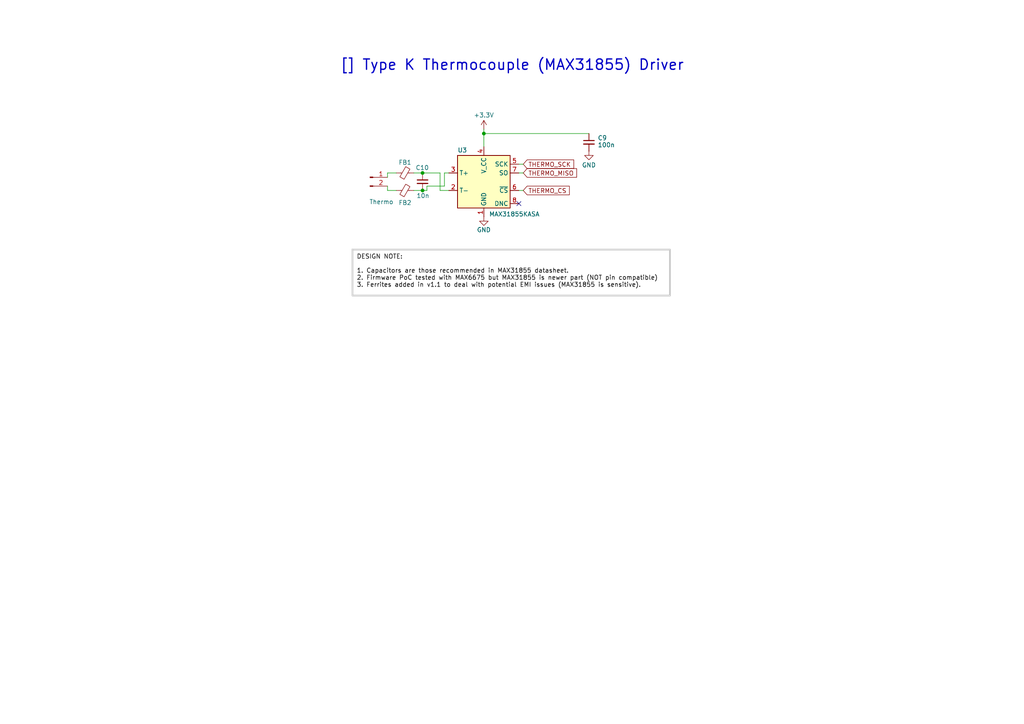
<source format=kicad_sch>
(kicad_sch (version 20231120) (generator "eeschema") (generator_version "8.0")
  (paper "A4")
  (title_block (title "Type K Thermocouple (MAX31855) Driver") (date "2025-02-19") (rev "1.1") (company "Wattle Labs"))
  (lib_symbols
    (symbol "Connector:Conn_01x02_Pin" (pin_names (offset 1.016) hide)
      (property "Reference" "J" (at 0 2.54 0))
      (property "Value" "Conn_01x02_Pin" (at 0 -5.08 0))
      (symbol "Conn_01x02_Pin_1_1"
        (polyline (pts (xy 1.27 -2.54) (xy 0.8636 -2.54)) (stroke (width 0.1524)))
        (polyline (pts (xy 1.27 0) (xy 0.8636 0)) (stroke (width 0.1524)))
        (rectangle (start 0.8636 -2.413) (end 0 -2.667) (stroke (width 0.1524)) (fill (type outline)))
        (rectangle (start 0.8636 0.127) (end 0 -0.127) (stroke (width 0.1524)) (fill (type outline)))
        (pin passive line (at 5.08 0 180) (length 3.81) (name "Pin_1") (number "1"))
        (pin passive line (at 5.08 -2.54 180) (length 3.81) (name "Pin_2") (number "2"))
      )
    )
    (symbol "Device:C_Small" (pin_numbers hide) (pin_names (offset 0.254) hide)
      (property "Reference" "C" (at 0.254 1.778 0))
      (property "Value" "C_Small" (at 0.254 -2.032 0))
      (symbol "C_Small_0_1"
        (polyline (pts (xy -1.524 -0.508) (xy 1.524 -0.508)) (stroke (width 0.3302)))
        (polyline (pts (xy -1.524 0.508) (xy 1.524 0.508)) (stroke (width 0.3048)))
      )
      (symbol "C_Small_1_1"
        (pin passive line (at 0 2.54 270) (length 2.032) (name "~") (number "1"))
        (pin passive line (at 0 -2.54 90) (length 2.032) (name "~") (number "2"))
      )
    )
    (symbol "Device:FerriteBead_Small" (pin_numbers hide) (pin_names (offset 0))
      (property "Reference" "FB" (at 1.905 1.27 0))
      (property "Value" "FerriteBead_Small" (at 1.905 -1.27 0))
      (symbol "FerriteBead_Small_0_1"
        (polyline (pts (xy 0 -1.27) (xy 0 -0.7874)))
        (polyline (pts (xy 0 0.889) (xy 0 1.2954)))
        (polyline (pts (xy -1.8288 0.2794) (xy -1.1176 1.4986) (xy 1.8288 -0.2032) (xy 1.1176 -1.4224) (xy -1.8288 0.2794)))
      )
      (symbol "FerriteBead_Small_1_1"
        (pin passive line (at 0 2.54 270) (length 1.27) (name "~") (number "1"))
        (pin passive line (at 0 -2.54 90) (length 1.27) (name "~") (number "2"))
      )
    )
    (symbol "Sensor_Temperature:MAX31855KASA"
      (property "Reference" "U2" (at -7.62 9.144 0))
      (property "Value" "MAX31855KASA" (at 1.524 -9.398 0))
      (symbol "MAX31855KASA_0_1"
        (rectangle (start -7.62 7.62) (end 7.62 -7.62) (stroke (width 0.254)) (fill (type background)))
      )
      (symbol "MAX31855KASA_1_1"
        (pin power_in line (at 0 -10.16 90) (length 2.54) (name "GND") (number "1"))
        (pin passive line (at -10.16 -2.54 0) (length 2.54) (name "T-") (number "2"))
        (pin passive line (at -10.16 2.54 0) (length 2.54) (name "T+") (number "3"))
        (pin power_in line (at 0 10.16 270) (length 2.54) (name "V_CC") (number "4"))
        (pin input line (at 10.16 5.08 180) (length 2.54) (name "SCK") (number "5"))
        (pin input line (at 10.16 -2.54 180) (length 2.54) (name "~{CS}") (number "6"))
        (pin tri_state line (at 10.16 2.54 180) (length 2.54) (name "SO") (number "7"))
        (pin passive line (at 10.16 -6.35 180) (length 2.54) (name "DNC") (number "8"))
      )
    )
    (symbol "power:+3.3V" (power) (pin_numbers hide) (pin_names (offset 0) hide)
      (property "Value" "+3.3V" (at 0 3.556 0))
      (symbol "+3.3V_0_1"
        (polyline (pts (xy -0.762 1.27) (xy 0 2.54)))
        (polyline (pts (xy 0 0) (xy 0 2.54)))
        (polyline (pts (xy 0 2.54) (xy 0.762 1.27)))
      )
      (symbol "+3.3V_1_1"
        (pin power_in line (at 0 0 90) (length 0) (name "~") (number "1"))
      )
    )
    (symbol "power:GND" (power) (pin_numbers hide) (pin_names (offset 0) hide)
      (property "Value" "GND" (at 0 -3.81 0))
      (symbol "GND_0_1"
        (polyline (pts (xy 0 0) (xy 0 -1.27) (xy 1.27 -1.27) (xy 0 -2.54) (xy -1.27 -1.27) (xy 0 -1.27)))
      )
      (symbol "GND_1_1"
        (pin power_in line (at 0 0 270) (length 0) (name "~") (number "1"))
      )
    )
  )
  (junction (at 140.335 38.735))
  (junction (at 122.555 55.245))
  (junction (at 122.555 50.165))
  (no_connect (at 150.495 59.055))
  (wire (pts (xy 127.635 55.245) (xy 130.175 55.245)))
  (wire (pts (xy 140.335 37.465) (xy 140.335 38.735)))
  (wire (pts (xy 112.395 50.165) (xy 112.395 51.435)))
  (wire (pts (xy 140.335 38.735) (xy 140.335 42.545)))
  (wire (pts (xy 130.175 50.165) (xy 128.905 50.165)))
  (wire (pts (xy 114.935 50.165) (xy 112.395 50.165)))
  (wire (pts (xy 120.015 50.165) (xy 122.555 50.165)))
  (wire (pts (xy 120.015 55.245) (xy 122.555 55.245)))
  (wire (pts (xy 128.905 53.975) (xy 123.825 53.975)))
  (wire (pts (xy 150.495 55.245) (xy 151.765 55.245)))
  (wire (pts (xy 114.935 55.245) (xy 112.395 55.245)))
  (wire (pts (xy 128.905 50.165) (xy 128.905 53.975)))
  (wire (pts (xy 127.635 50.165) (xy 127.635 55.245)))
  (wire (pts (xy 123.825 55.245) (xy 122.555 55.245)))
  (wire (pts (xy 123.825 53.975) (xy 123.825 55.245)))
  (wire (pts (xy 150.495 50.165) (xy 151.765 50.165)))
  (wire (pts (xy 140.335 38.735) (xy 170.815 38.735)))
  (wire (pts (xy 112.395 55.245) (xy 112.395 53.975)))
  (wire (pts (xy 150.495 47.625) (xy 151.765 47.625)))
  (wire (pts (xy 122.555 50.165) (xy 127.635 50.165)))
  (text_box "DESIGN NOTE:\n\n1. Capacitors are those recommended in MAX31855 datasheet.\n2. Firmware PoC tested with MAX6675 but MAX31855 is newer part (NOT pin compatible)\n3. Ferrites added in v1.1 to deal with potential EMI issues (MAX31855 is sensitive)." (at 102.235 72.39 0) (size 92.075 13.335) (stroke (width 0.5) (color 200 200 200 1)) (effects (font (size 1.27 1.27)) (justify left top)))
  (text_box "[${#}] ${TITLE}" (at 12.065 12.065 0) (size 273.05 13.335) (stroke (width -0.0001)) (effects (font (size 3 3) (thickness 0.375))))
  (global_label "THERMO_MISO" (shape input) (at 151.765 50.165 0) (property "Intersheetrefs" "${INTERSHEET_REFS}" (effects (hide yes))))
  (global_label "THERMO_CS" (shape input) (at 151.765 55.245 0) (property "Intersheetrefs" "${INTERSHEET_REFS}" (effects (hide yes))))
  (global_label "THERMO_SCK" (shape input) (at 151.765 47.625 0) (property "Intersheetrefs" "${INTERSHEET_REFS}" (effects (hide yes))))
  (symbol (lib_id "Device:FerriteBead_Small") (at 117.475 50.165 90) (unit 1)
    (property "Reference" "FB1" (at 117.475 47.117 90))
    (property "Value" "470R 1LN" (effects (hide yes)))
    (property "Footprint" "Resistor_SMD:R_0603_1608Metric" (effects (hide yes)))
    (property "Description" "FERRITE BEAD 470 OHM 0603 1LN" (effects (hide yes)))
    (property "Digikey_PN" "BLM18PG471SN1D" (effects (hide yes)))
  )
  (symbol (lib_id "Device:C_Small") (at 122.555 52.705 0) (unit 1)
    (property "Reference" "C10" (at 120.523 48.641 0) (effects (justify left)))
    (property "Value" "10n" (at 120.777 56.769 0) (effects (justify left)))
    (property "Footprint" "Capacitor_SMD:C_0603_1608Metric" (effects (hide yes)))
    (property "Description" "CAP CER 10000PF 16V X7R 0603" (effects (hide yes)))
    (property "Supplier" "https://www.digikey.co.nz/en/products/detail/yageo/CC0603KRX7R7BB103/5883753" (effects (hide yes)))
    (property "Digikey_PN" "311-3369-1-ND" (effects (hide yes)))
  )
  (symbol (lib_id "Sensor_Temperature:MAX31855KASA") (at 140.335 52.705 0) (unit 1)
    (property "Reference" "U3" (at 132.715 43.561 0) (effects (justify left)))
    (property "Value" "MAX31855KASA" (at 141.859 62.103 0) (effects (justify left)))
    (property "Footprint" "Package_SO:SOIC-8_3.9x4.9mm_P1.27mm" (effects (hide yes)))
    (property "Datasheet" "http://datasheets.maximintegrated.com/en/ds/MAX31855.pdf" (effects (hide yes)))
    (property "Description" "Cold Junction K-type Termocouple Interface, SPI, SO8" (effects (hide yes)))
    (property "Supplier" "https://www.digikey.co.nz/en/products/detail/analog-devices-inc-maxim-integrated/MAX31855KASA/2591564" (effects (hide yes)))
    (property "Digikey_PN" "MAX31855KASA+-ND" (effects (hide yes)))
  )
  (symbol (lib_id "Device:FerriteBead_Small") (at 117.475 55.245 90) (unit 1)
    (property "Reference" "FB2" (at 117.475 58.801 90))
    (property "Value" "470R 1LN" (effects (hide yes)))
    (property "Footprint" "Resistor_SMD:R_0603_1608Metric" (effects (hide yes)))
    (property "Description" "FERRITE BEAD 470 OHM 0603 1LN" (effects (hide yes)))
    (property "Digikey_PN" "BLM18PG471SN1D" (effects (hide yes)))
  )
  (symbol (lib_id "Connector:Conn_01x02_Pin") (at 107.315 51.435 0) (unit 1)
    (property "Reference" "J3" (effects (hide yes)))
    (property "Value" "Thermo" (at 110.617 58.547 0))
    (property "Footprint" "Connector_PinHeader_2.54mm:PinHeader_1x02_P2.54mm_Vertical" (effects (hide yes)))
    (property "Description" "Generic connector, single row, 01x02, script generated" (effects (hide yes)))
  )
  (symbol (lib_id "power:GND") (at 140.335 62.865 0) (unit 1)
    (property "Reference" "#PWR017" (effects (hide yes)))
    (property "Value" "GND" (at 140.335 66.675 0))
    (property "Description" "Power symbol creates a global label with name \"GND\" , ground" (effects (hide yes)))
  )
  (symbol (lib_id "power:+3.3V") (at 140.335 37.465 0) (unit 1)
    (property "Reference" "#PWR06" (effects (hide yes)))
    (property "Value" "+3.3V" (at 140.335 33.401 0))
    (property "Description" "Power symbol creates a global label with name \"+3.3V\"" (effects (hide yes)))
  )
  (symbol (lib_id "power:GND") (at 170.815 43.815 0) (unit 1)
    (property "Reference" "#PWR025" (effects (hide yes)))
    (property "Value" "GND" (at 170.815 47.879 0))
    (property "Description" "Power symbol creates a global label with name \"GND\" , ground" (effects (hide yes)))
  )
  (symbol (lib_id "Device:C_Small") (at 170.815 41.275 0) (unit 1)
    (property "Reference" "C9" (at 173.355 40.0112 0) (effects (justify left)))
    (property "Value" "100n" (at 173.355 42.037 0) (effects (justify left)))
    (property "Footprint" "Capacitor_SMD:C_0603_1608Metric" (effects (hide yes)))
    (property "Description" "0.1 µF ±20% 16V Ceramic Capacitor X7R 0603 (1608 Metric)" (effects (hide yes)))
    (property "Digikey_PN" "399-C0603C104K4RACTUCT-ND" (effects (hide yes)))
  )
)
</source>
